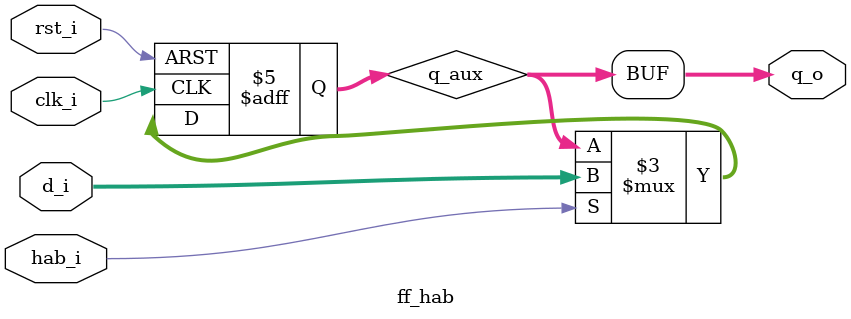
<source format=v>
module ff_hab #(
	parameter n = 60	
)	(
	input	         clk_i,
	input	         rst_i,
	input	         hab_i,
	input	 [n-1:0] d_i,
	output [n-1:0] q_o
);
	reg [n-1:0] q_aux;

	always@(posedge clk_i, posedge rst_i) begin
		if (rst_i)
			q_aux <= 0;
		else if (hab_i)
			q_aux <= d_i;
		else
			q_aux <= q_aux;	
	end
	
	assign q_o = q_aux;
	
endmodule
</source>
